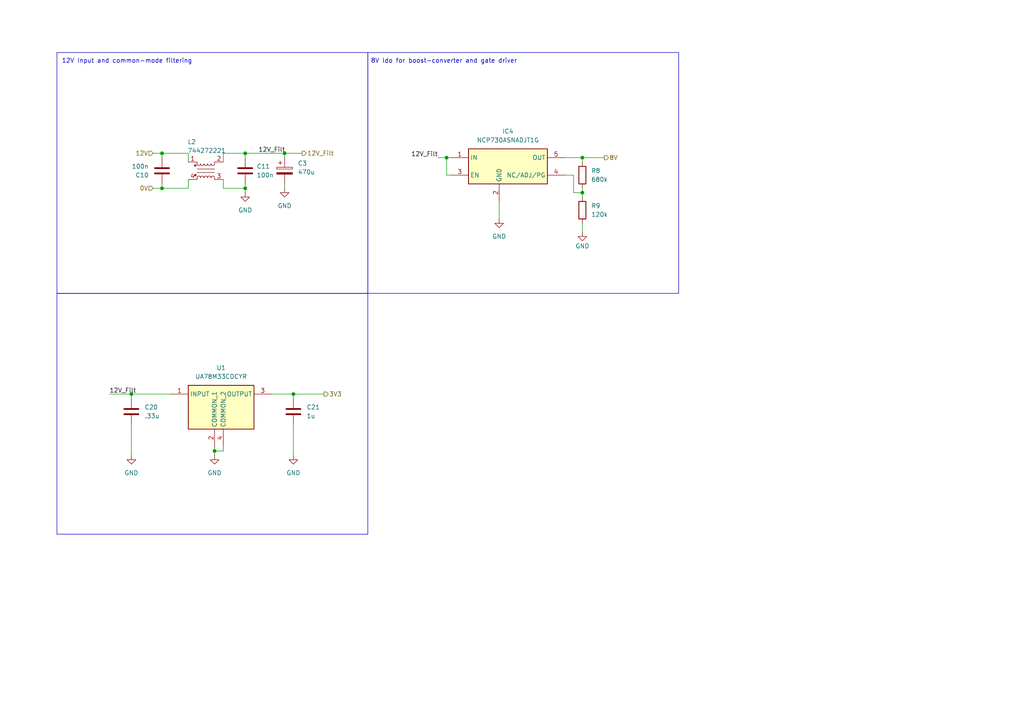
<source format=kicad_sch>
(kicad_sch (version 20250114) (generator "eeschema") (generator_version "9.0")
  (paper "A4")
  (lib_symbols
    (symbol "Device:C" (pin_numbers (hide yes)) (pin_names (offset 0.254))
      (property "Reference" "C" (at 0.635 2.54 0))
      (property "Value" "C" (at 0.635 -2.54 0))
      (symbol "C_0_1"
        (polyline (pts (xy -2.032 0.762) (xy 2.032 0.762)) (stroke (width 0.508)))
        (polyline (pts (xy -2.032 -0.762) (xy 2.032 -0.762)) (stroke (width 0.508)))
      )
      (symbol "C_1_1"
        (pin passive line (at 0 3.81 270) (length 2.794) (name "~") (number "1"))
        (pin passive line (at 0 -3.81 90) (length 2.794) (name "~") (number "2"))
      )
    )
    (symbol "Device:C_Polarized" (pin_numbers (hide yes)) (pin_names (offset 0.254))
      (property "Reference" "C" (at 0.635 2.54 0))
      (property "Value" "C_Polarized" (at 0.635 -2.54 0))
      (symbol "C_Polarized_0_1"
        (rectangle (start -2.286 0.508) (end 2.286 1.016))
        (polyline (pts (xy -1.778 2.286) (xy -0.762 2.286)))
        (polyline (pts (xy -1.27 2.794) (xy -1.27 1.778)))
        (rectangle (start 2.286 -0.508) (end -2.286 -1.016) (fill (type outline)))
      )
      (symbol "C_Polarized_1_1"
        (pin passive line (at 0 3.81 270) (length 2.794) (name "~") (number "1"))
        (pin passive line (at 0 -3.81 90) (length 2.794) (name "~") (number "2"))
      )
    )
    (symbol "Device:R" (pin_numbers (hide yes)) (pin_names (offset 0))
      (property "Reference" "R" (at 2.032 0 90))
      (property "Value" "R" (at 0 0 90))
      (symbol "R_0_1"
        (rectangle (start -1.016 -2.54) (end 1.016 2.54) (stroke (width 0.254)))
      )
      (symbol "R_1_1"
        (pin passive line (at 0 3.81 270) (length 1.27) (name "~") (number "1"))
        (pin passive line (at 0 -3.81 90) (length 1.27) (name "~") (number "2"))
      )
    )
    (symbol "SamacSys_Parts:744272221"
      (property "Reference" "L" (at 5.842 8.128 0))
      (property "Value" "744272221" (at 5.842 5.588 0))
      (symbol "744272221_1_1"
        (circle (center 8.382 0.254) (radius 0.254) (fill (type outline)))
        (circle (center 8.382 -2.54) (radius 0.254) (fill (type outline)))
        (polyline (pts (xy 8.89 0.762) (xy 8.89 1.27)))
        (polyline (pts (xy 8.89 -0.762) (xy 13.97 -0.762)))
        (polyline (pts (xy 8.89 -3.302) (xy 8.89 -3.81)))
        (arc (start 9.906 0.762) (mid 9.398 0.2562) (end 8.89 0.762))
        (arc (start 8.89 -3.302) (mid 9.398 -2.7962) (end 9.906 -3.302))
        (arc (start 10.922 0.762) (mid 10.414 0.2562) (end 9.906 0.762))
        (arc (start 9.906 -3.302) (mid 10.414 -2.7962) (end 10.922 -3.302))
        (arc (start 11.938 0.762) (mid 11.43 0.2562) (end 10.922 0.762))
        (arc (start 10.922 -3.302) (mid 11.43 -2.7962) (end 11.938 -3.302))
        (arc (start 12.954 0.762) (mid 12.446 0.2562) (end 11.938 0.762))
        (arc (start 11.938 -3.302) (mid 12.446 -2.7962) (end 12.954 -3.302))
        (arc (start 13.97 0.762) (mid 13.462 0.2562) (end 12.954 0.762))
        (arc (start 12.954 -3.302) (mid 13.462 -2.7962) (end 13.97 -3.302))
        (polyline (pts (xy 13.97 1.27) (xy 13.97 0.762)))
        (polyline (pts (xy 13.97 -1.778) (xy 8.89 -1.778)))
        (polyline (pts (xy 13.97 -3.302) (xy 13.97 -3.81)))
        (pin passive line (at 6.35 1.27 0) (length 2.54) (name "") (number "1"))
        (pin passive line (at 6.35 -3.81 0) (length 2.54) (name "") (number "4"))
        (pin passive line (at 16.51 1.27 180) (length 2.54) (name "") (number "2"))
        (pin passive line (at 16.51 -3.81 180) (length 2.54) (name "") (number "3"))
      )
    )
    (symbol "SamacSys_Parts:NCP730ASNADJT1G"
      (property "Reference" "IC4" (at 16.51 7.62 0))
      (property "Value" "NCP730ASNADJT1G" (at 16.51 5.08 0))
      (symbol "NCP730ASNADJT1G_1_1"
        (rectangle (start 5.08 2.54) (end 27.94 -7.62) (stroke (width 0.254)) (fill (type background)))
        (pin passive line (at 0 0 0) (length 5.08) (name "IN") (number "1"))
        (pin passive line (at 0 -5.08 0) (length 5.08) (name "EN") (number "3"))
        (pin passive line (at 13.97 -12.7 90) (length 5.08) (name "GND") (number "2"))
        (pin passive line (at 33.02 0 180) (length 5.08) (name "OUT") (number "5"))
        (pin passive line (at 33.02 -5.08 180) (length 5.08) (name "NC/ADJ/PG") (number "4"))
      )
    )
    (symbol "SamacSys_Parts:UA78M33CDCYR"
      (property "Reference" "U" (at 13.462 7.874 0))
      (property "Value" "UA78M33CDCYR" (at 13.462 5.334 0))
      (symbol "UA78M33CDCYR_1_1"
        (rectangle (start 11.43 2.54) (end 30.48 -10.16) (stroke (width 0.254)) (fill (type background)))
        (pin passive line (at 6.35 0 0) (length 5.08) (name "INPUT") (number "1"))
        (pin passive line (at 19.05 -15.24 90) (length 5.08) (name "COMMON_1") (number "2"))
        (pin passive line (at 21.59 -15.24 90) (length 5.08) (name "COMMON_2") (number "4"))
        (pin passive line (at 35.56 0 180) (length 5.08) (name "OUTPUT") (number "3"))
      )
    )
    (symbol "power:GND" (power) (pin_numbers (hide yes)) (pin_names (offset 0) (hide yes))
      (property "Value" "GND" (at 0 -3.81 0))
      (symbol "GND_0_1"
        (polyline (pts (xy 0 0) (xy 0 -1.27) (xy 1.27 -1.27) (xy 0 -2.54) (xy -1.27 -1.27) (xy 0 -1.27)))
      )
      (symbol "GND_1_1"
        (pin power_in line (at 0 0 270) (length 0) (name "~") (number "1"))
      )
    )
  )
  (rectangle (start 16.51 85.09) (end 106.68 154.94))
  (rectangle (start 16.51 15.24) (end 106.68 85.09))
  (rectangle (start 106.68 15.24) (end 196.85 85.09))
  (text "8V ldo for boost-converter and gate driver" (at 128.778 17.78 0) (effects (font (size 1.27 1.27))))
  (text "12V Input and common-mode filtering" (at 36.83 17.78 0) (effects (font (size 1.27 1.27))))
  (junction (at 85.09 114.3))
  (junction (at 71.12 54.61))
  (junction (at 168.91 45.72))
  (junction (at 82.55 44.45))
  (junction (at 62.23 130.81))
  (junction (at 168.91 55.88))
  (junction (at 71.12 44.45))
  (junction (at 46.99 44.45))
  (junction (at 46.99 54.61))
  (junction (at 129.54 45.72))
  (junction (at 38.1 114.3))
  (wire (pts (xy 127 45.72) (xy 129.54 45.72)))
  (wire (pts (xy 46.99 45.72) (xy 46.99 44.45)))
  (wire (pts (xy 64.77 46.99) (xy 64.77 44.45)))
  (wire (pts (xy 85.09 123.19) (xy 85.09 132.08)))
  (wire (pts (xy 82.55 44.45) (xy 87.63 44.45)))
  (wire (pts (xy 166.37 50.8) (xy 166.37 55.88)))
  (wire (pts (xy 168.91 54.61) (xy 168.91 55.88)))
  (wire (pts (xy 144.78 58.42) (xy 144.78 63.5)))
  (wire (pts (xy 38.1 114.3) (xy 49.53 114.3)))
  (wire (pts (xy 31.75 114.3) (xy 38.1 114.3)))
  (wire (pts (xy 163.83 50.8) (xy 166.37 50.8)))
  (wire (pts (xy 129.54 50.8) (xy 130.81 50.8)))
  (wire (pts (xy 168.91 45.72) (xy 175.26 45.72)))
  (wire (pts (xy 46.99 54.61) (xy 54.61 54.61)))
  (wire (pts (xy 168.91 55.88) (xy 168.91 57.15)))
  (wire (pts (xy 71.12 53.34) (xy 71.12 54.61)))
  (wire (pts (xy 64.77 44.45) (xy 71.12 44.45)))
  (wire (pts (xy 62.23 130.81) (xy 64.77 130.81)))
  (wire (pts (xy 46.99 53.34) (xy 46.99 54.61)))
  (wire (pts (xy 38.1 114.3) (xy 38.1 115.57)))
  (wire (pts (xy 163.83 45.72) (xy 168.91 45.72)))
  (wire (pts (xy 71.12 44.45) (xy 82.55 44.45)))
  (wire (pts (xy 62.23 130.81) (xy 62.23 132.08)))
  (wire (pts (xy 129.54 45.72) (xy 130.81 45.72)))
  (wire (pts (xy 54.61 44.45) (xy 54.61 46.99)))
  (wire (pts (xy 71.12 54.61) (xy 71.12 55.88)))
  (wire (pts (xy 64.77 54.61) (xy 71.12 54.61)))
  (wire (pts (xy 38.1 123.19) (xy 38.1 132.08)))
  (wire (pts (xy 54.61 52.07) (xy 54.61 54.61)))
  (wire (pts (xy 82.55 53.34) (xy 82.55 54.61)))
  (wire (pts (xy 168.91 64.77) (xy 168.91 67.31)))
  (wire (pts (xy 129.54 50.8) (xy 129.54 45.72)))
  (wire (pts (xy 64.77 129.54) (xy 64.77 130.81)))
  (wire (pts (xy 168.91 46.99) (xy 168.91 45.72)))
  (wire (pts (xy 62.23 129.54) (xy 62.23 130.81)))
  (wire (pts (xy 44.45 44.45) (xy 46.99 44.45)))
  (wire (pts (xy 166.37 55.88) (xy 168.91 55.88)))
  (wire (pts (xy 46.99 44.45) (xy 54.61 44.45)))
  (wire (pts (xy 78.74 114.3) (xy 85.09 114.3)))
  (wire (pts (xy 71.12 44.45) (xy 71.12 45.72)))
  (wire (pts (xy 85.09 114.3) (xy 93.98 114.3)))
  (wire (pts (xy 44.45 54.61) (xy 46.99 54.61)))
  (wire (pts (xy 64.77 52.07) (xy 64.77 54.61)))
  (wire (pts (xy 85.09 115.57) (xy 85.09 114.3)))
  (wire (pts (xy 82.55 44.45) (xy 82.55 45.72)))
  (label "12V_Filt" (at 31.75 114.3 0))
  (label "12V_Filt" (at 74.93 44.45 0))
  (label "12V_Filt" (at 127 45.72 180))
  (hierarchical_label "0V" (shape input) (at 44.45 54.61 180))
  (hierarchical_label "3V3" (shape output) (at 93.98 114.3 0))
  (hierarchical_label "8V" (shape output) (at 175.26 45.72 0))
  (hierarchical_label "12V" (shape input) (at 44.45 44.45 180))
  (hierarchical_label "12V_Filt" (shape output) (at 87.63 44.45 0))
  (symbol (lib_id "Device:C") (at 38.1 119.38 0) (unit 1)
    (property "Reference" "C20" (at 41.91 118.1099 0) (effects (justify left)))
    (property "Value" ".33u" (at 41.91 120.6499 0) (effects (justify left)))
    (property "Footprint" "Capacitor_SMD:C_0805_2012Metric" (effects (hide yes)))
    (property "Description" "Unpolarized capacitor" (effects (hide yes)))
  )
  (symbol (lib_id "Device:C") (at 46.99 49.53 180) (unit 1)
    (property "Reference" "C10" (at 43.18 50.8001 0) (effects (justify left)))
    (property "Value" "100n" (at 43.18 48.2601 0) (effects (justify left)))
    (property "Footprint" "Capacitor_SMD:C_0805_2012Metric" (effects (hide yes)))
    (property "Description" "Unpolarized capacitor" (effects (hide yes)))
  )
  (symbol (lib_id "Device:R") (at 168.91 50.8 0) (unit 1)
    (property "Reference" "R8" (at 171.45 49.5299 0) (effects (justify left)))
    (property "Value" "680k" (at 171.45 52.0699 0) (effects (justify left)))
    (property "Footprint" "Capacitor_SMD:C_1210_3225Metric" (effects (hide yes)))
    (property "Description" "Resistor" (effects (hide yes)))
  )
  (symbol (lib_id "power:GND") (at 71.12 55.88 0) (unit 1)
    (property "Reference" "#PWR016" (effects (hide yes)))
    (property "Value" "GND" (at 71.12 60.96 0))
    (property "Description" "Power symbol creates a global label with name \"GND\" , ground" (effects (hide yes)))
  )
  (symbol (lib_id "power:GND") (at 62.23 132.08 0) (unit 1)
    (property "Reference" "#PWR02" (effects (hide yes)))
    (property "Value" "GND" (at 62.23 137.16 0))
    (property "Description" "Power symbol creates a global label with name \"GND\" , ground" (effects (hide yes)))
  )
  (symbol (lib_id "Device:C") (at 85.09 119.38 0) (unit 1)
    (property "Reference" "C21" (at 88.9 118.1099 0) (effects (justify left)))
    (property "Value" "1u" (at 88.9 120.6499 0) (effects (justify left)))
    (property "Footprint" "Capacitor_SMD:C_0805_2012Metric" (effects (hide yes)))
    (property "Description" "Unpolarized capacitor" (effects (hide yes)))
  )
  (symbol (lib_id "power:GND") (at 168.91 67.31 0) (unit 1)
    (property "Reference" "#PWR017" (effects (hide yes)))
    (property "Value" "GND" (at 168.91 71.374 0))
    (property "Description" "Power symbol creates a global label with name \"GND\" , ground" (effects (hide yes)))
  )
  (symbol (lib_id "power:GND") (at 85.09 132.08 0) (unit 1)
    (property "Reference" "#PWR037" (effects (hide yes)))
    (property "Value" "GND" (at 85.09 137.16 0))
    (property "Description" "Power symbol creates a global label with name \"GND\" , ground" (effects (hide yes)))
  )
  (symbol (lib_id "Device:C") (at 71.12 49.53 0) (unit 1)
    (property "Reference" "C11" (at 74.422 48.26 0) (effects (justify left)))
    (property "Value" "100n" (at 74.422 50.8 0) (effects (justify left)))
    (property "Footprint" "Capacitor_SMD:C_0805_2012Metric" (effects (hide yes)))
    (property "Description" "Unpolarized capacitor" (effects (hide yes)))
  )
  (symbol (lib_id "Device:C_Polarized") (at 82.55 49.53 0) (unit 1)
    (property "Reference" "C3" (at 86.36 47.3709 0) (effects (justify left)))
    (property "Value" "470u" (at 86.36 49.9109 0) (effects (justify left)))
    (property "Footprint" "Capacitor_SMD:CP_Elec_10x10" (effects (hide yes)))
    (property "Description" "Polarized capacitor" (effects (hide yes)))
  )
  (symbol (lib_id "power:GND") (at 38.1 132.08 0) (unit 1)
    (property "Reference" "#PWR06" (effects (hide yes)))
    (property "Value" "GND" (at 38.1 137.16 0))
    (property "Description" "Power symbol creates a global label with name \"GND\" , ground" (effects (hide yes)))
  )
  (symbol (lib_id "Device:R") (at 168.91 60.96 0) (unit 1)
    (property "Reference" "R9" (at 171.45 59.6899 0) (effects (justify left)))
    (property "Value" "120k" (at 171.45 62.2299 0) (effects (justify left)))
    (property "Footprint" "Capacitor_SMD:C_1210_3225Metric" (effects (hide yes)))
    (property "Description" "Resistor" (effects (hide yes)))
  )
  (symbol (lib_id "power:GND") (at 82.55 54.61 0) (unit 1)
    (property "Reference" "#PWR03" (effects (hide yes)))
    (property "Value" "GND" (at 82.55 59.69 0))
    (property "Description" "Power symbol creates a global label with name \"GND\" , ground" (effects (hide yes)))
  )
  (symbol (lib_id "SamacSys_Parts:NCP730ASNADJT1G") (at 130.81 45.72 0) (unit 1)
    (property "Reference" "IC4" (at 147.32 38.1 0))
    (property "Value" "NCP730ASNADJT1G" (at 147.32 40.64 0))
    (property "Footprint" "SamacSys_Parts:SOT95P275X110-5N" (effects (hide yes)))
    (property "Datasheet" "https://www.onsemi.com/pub/Collateral/NCP730-D.PDF" (effects (hide yes)))
    (property "Description" "Output Voltage: 1.2 V to 24 V; Operating Input Voltage Range: 2.7 V to 38 V; Capable of Sourcing 200 mA Peak Output Current; Low Shutdown Current: 100 nA typ.; Very Low Quiescent Current: 1 uA typ.; Low Dropout: 290 mV typ. at 150 mA, 3.3 V Version; Output Voltage Accuracy +/-1%; Power Good Output (Version B); Stable with Small 1 uF Ceramic Capacitors; Builtin Soft Start Circuit" (effects (hide yes)))
    (property "Height" "1.1" (effects (hide yes)))
    (property "Mouser Part Number" "863-NCP730ASNADJT1G" (effects (hide yes)))
    (property "Mouser Price/Stock" "https://www.mouser.co.uk/ProductDetail/onsemi/NCP730ASNADJT1G?qs=xZ%2FP%252Ba9zWqaaCZ8YVhGqKw%3D%3D" (effects (hide yes)))
    (property "Manufacturer_Name" "onsemi" (effects (hide yes)))
    (property "Manufacturer_Part_Number" "NCP730ASNADJT1G" (effects (hide yes)))
  )
  (symbol (lib_id "SamacSys_Parts:744272221") (at 48.26 48.26 0) (unit 1)
    (property "Reference" "L2" (at 55.626 41.148 0))
    (property "Value" "744272221" (at 59.944 43.688 0))
    (property "Footprint" "SamacSys_Parts:WE-SL575" (effects (hide yes)))
    (property "Description" "Wurth WE-SL5 Series Wire-wound SMD Inductor with a Ferrite Core, 220 uH +/-40% Sectional Winding 2200mA Idc" (effects (hide yes)))
    (property "Mouser Part Number" "710-744272221" (effects (hide yes)))
    (property "Mouser Price/Stock" "https://www.mouser.co.uk/ProductDetail/Wurth-Elektronik/744272221?qs=PGXP4M47uW6cJDKMbQqpGw%3D%3D" (effects (hide yes)))
    (property "Manufacturer_Name" "Wurth Elektronik" (effects (hide yes)))
    (property "Manufacturer_Part_Number" "744272221" (effects (hide yes)))
    (property "Alt: " " SRF0905-501Y " (effects (hide yes)))
  )
  (symbol (lib_id "SamacSys_Parts:UA78M33CDCYR") (at 43.18 114.3 0) (unit 1)
    (property "Reference" "U1" (at 64.135 106.68 0))
    (property "Value" "UA78M33CDCYR" (at 64.135 109.22 0))
    (property "Footprint" "SamacSys_Parts:SOT230P700X180-4N" (effects (hide yes)))
    (property "Datasheet" "http://www.ti.com/lit/gpn/ua78m" (effects (hide yes)))
    (property "Description" "500-mA, 25-V, Linear Voltage Regulators" (effects (hide yes)))
    (property "Height" "1.8" (effects (hide yes)))
    (property "Mouser Part Number" "595-UA78M33CDCYR" (effects (hide yes)))
    (property "Mouser Price/Stock" "https://www.mouser.co.uk/ProductDetail/Texas-Instruments/UA78M33CDCYR?qs=LfG3tU9ud8DRKHAAx6wmNw%3D%3D" (effects (hide yes)))
    (property "Manufacturer_Name" "Texas Instruments" (effects (hide yes)))
    (property "Manufacturer_Part_Number" "UA78M33CDCYR" (effects (hide yes)))
  )
  (symbol (lib_id "power:GND") (at 144.78 63.5 0) (unit 1)
    (property "Reference" "#PWR015" (effects (hide yes)))
    (property "Value" "GND" (at 144.78 68.58 0))
    (property "Description" "Power symbol creates a global label with name \"GND\" , ground" (effects (hide yes)))
  )
)
</source>
